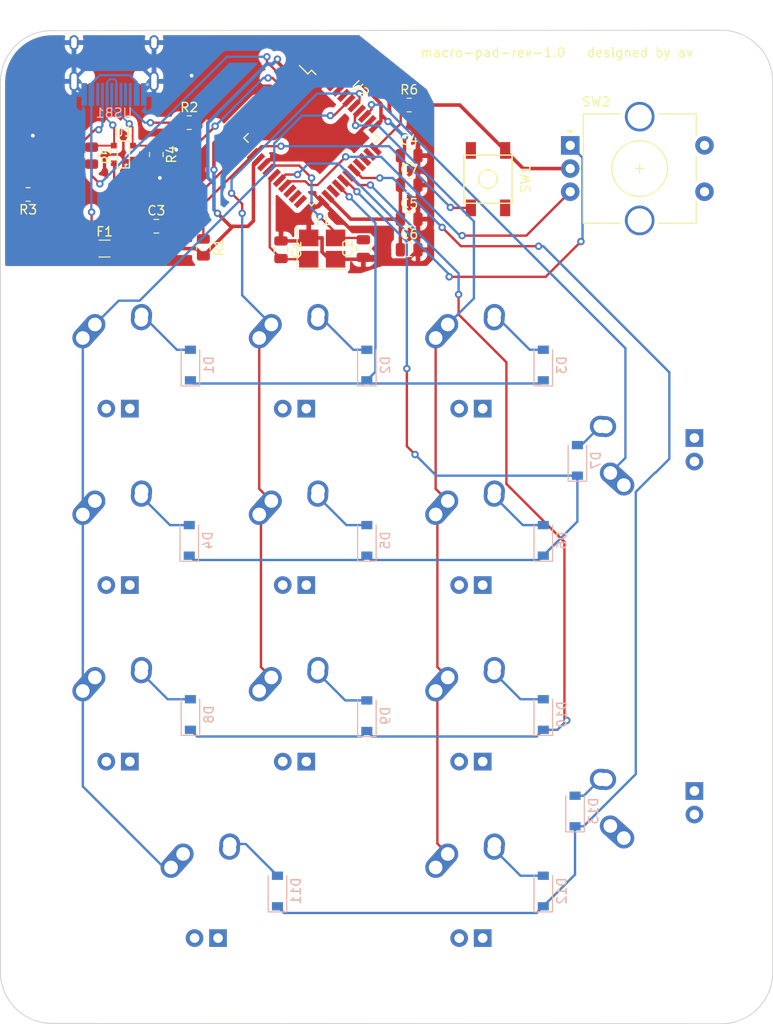
<source format=kicad_pcb>
(kicad_pcb (version 20211014) (generator pcbnew)
  (layers (0 "F.Cu" signal) (31 "B.Cu" signal) (34 "B.Paste" user) (35 "F.Paste" user) (36 "B.SilkS" user "B.Silkscreen") (37 "F.SilkS" user "F.Silkscreen") (38 "B.Mask" user) (39 "F.Mask" user) (44 "Edge.Cuts" user))
  (net 0 "")
  (net 1 "GND")
  (net 2 "Net-(C1-Pad2)")
  (net 3 "Net-(C2-Pad2)")
  (net 4 "Net-(C3-Pad2)")
  (net 5 "+5V")
  (net 6 "ROW0")
  (net 7 "Net-(D1-Pad2)")
  (net 8 "Net-(D2-Pad2)")
  (net 9 "Net-(D3-Pad2)")
  (net 10 "ROW1")
  (net 11 "Net-(D4-Pad2)")
  (net 12 "Net-(D5-Pad2)")
  (net 13 "Net-(D6-Pad2)")
  (net 14 "Net-(D7-Pad2)")
  (net 15 "ROW2")
  (net 16 "Net-(D8-Pad2)")
  (net 17 "Net-(D9-Pad2)")
  (net 18 "Net-(D10-Pad2)")
  (net 19 "ROW3")
  (net 20 "Net-(D11-Pad2)")
  (net 21 "Net-(D12-Pad2)")
  (net 22 "Net-(D13-Pad2)")
  (net 23 "VCC")
  (net 24 "COL0")
  (net 25 "COL1")
  (net 26 "COL2")
  (net 27 "COL3")
  (net 28 "Net-(R1-Pad1)")
  (net 29 "Net-(R2-Pad1)")
  (net 30 "Net-(R3-Pad1)")
  (net 31 "D+")
  (net 32 "Net-(R4-Pad2)")
  (net 33 "Net-(R5-Pad2)")
  (net 34 "Net-(R6-Pad1)")
  (net 35 "EN2")
  (net 36 "EN1")
  (net 53 "D-")
  (footprint "MX_Alps_Hybrid:MX-1U" (layer "F.Cu") (at 173.0375 104.775)
    (fp_text reference "MX4")
    (fp_text value "MX-NoLED")
  )
  (footprint "MX_Alps_Hybrid:MX-2U" (layer "F.Cu") (at 230.1875 95.25 90)
    (fp_text reference "MX7")
    (fp_text value "MX-NoLED")
  )
  (footprint "MX_Alps_Hybrid:MX-1U" (layer "F.Cu") (at 211.1375 104.775)
    (fp_text reference "MX6")
    (fp_text value "MX-NoLED")
  )
  (footprint "Resistor_SMD:R_0805_2012Metric" (layer "F.Cu") (at 170.18 63.5 -90)
    (fp_text reference "R5")
    (fp_text value "22")
  )
  (footprint "Package_QFP:TQFP-44_10x10mm_P0.8mm" (layer "F.Cu") (at 193.929 61.595 -45)
    (fp_text reference "U2")
    (fp_text value "ATmega32U4-A")
  )
  (footprint "Resistor_SMD:R_0805_2012Metric" (layer "F.Cu") (at 163.322 67.691 180)
    (fp_text reference "R3")
    (fp_text value "5.1k")
  )
  (footprint "Capacitor_SMD:C_0805_2012Metric" (layer "F.Cu") (at 199.517 73.533 90)
    (fp_text reference "C2")
    (fp_text value "22pF")
  )
  (footprint "Capacitor_SMD:C_0805_2012Metric" (layer "F.Cu") (at 190.627 73.66 -90)
    (fp_text reference "C1")
    (fp_text value "22pF")
  )
  (footprint "MX_Alps_Hybrid:MX-1U" (layer "F.Cu") (at 173.0375 123.825)
    (fp_text reference "MX8")
    (fp_text value "MX-NoLED")
  )
  (footprint "Capacitor_SMD:C_0805_2012Metric" (layer "F.Cu") (at 177.165 71.12)
    (fp_text reference "C3")
    (fp_text value "1uF")
  )
  (footprint "MX_Alps_Hybrid:MX-1U" (layer "F.Cu") (at 192.0875 104.775)
    (fp_text reference "MX5")
    (fp_text value "MX-NoLED")
  )
  (footprint "Rotary_Encoder:RotaryEncoder_Alps_EC11E-Switch_Vertical_H20mm_CircularMountingHoles" (layer "F.Cu") (at 221.858 62.397)
    (fp_text reference "SW2")
    (fp_text value "RotaryEncoder")
  )
  (footprint "MX_Alps_Hybrid:MX-2U" (layer "F.Cu") (at 182.5625 142.875)
    (fp_text reference "MX11")
    (fp_text value "MX-NoLED")
  )
  (footprint "Resistor_SMD:R_0805_2012Metric" (layer "F.Cu") (at 180.721 59.944)
    (fp_text reference "R2")
    (fp_text value "5.1k")
  )
  (footprint "MX_Alps_Hybrid:MX-1U" (layer "F.Cu") (at 211.1375 142.875)
    (fp_text reference "MX12")
    (fp_text value "MX-NoLED")
  )
  (footprint "Resistor_SMD:R_0805_2012Metric" (layer "F.Cu") (at 204.47 58.039)
    (fp_text reference "R6")
    (fp_text value "10k")
  )
  (footprint "MX_Alps_Hybrid:MX-2U" (layer "F.Cu") (at 230.1875 133.35 90)
    (fp_text reference "MX13")
    (fp_text value "MX-NoLED")
  )
  (footprint "MX_Alps_Hybrid:MX-1U" (layer "F.Cu") (at 192.0875 123.825)
    (fp_text reference "MX9")
    (fp_text value "MX-NoLED")
  )
  (footprint "MX_Alps_Hybrid:MX-1U" (layer "F.Cu") (at 211.1375 123.825)
    (fp_text reference "MX10")
    (fp_text value "MX-NoLED")
  )
  (footprint "Capacitor_SMD:C_0805_2012Metric" (layer "F.Cu") (at 204.47 66.675)
    (fp_text reference "C7")
    (fp_text value "10uF")
  )
  (footprint "Resistor_SMD:R_0805_2012Metric" (layer "F.Cu") (at 177.165 63.373 -90)
    (fp_text reference "R4")
    (fp_text value "22")
  )
  (footprint "Capacitor_SMD:C_0805_2012Metric" (layer "F.Cu") (at 204.47 70.358)
    (fp_text reference "C5")
    (fp_text value ".1 uF")
  )
  (footprint "Capacitor_SMD:C_0805_2012Metric" (layer "F.Cu") (at 204.47 73.66)
    (fp_text reference "C6")
    (fp_text value ".1 uF")
  )
  (footprint "MX_Alps_Hybrid:MX-1U" (layer "F.Cu") (at 211.1375 85.725)
    (fp_text reference "MX3")
    (fp_text value "MX-NoLED")
  )
  (footprint "random-keyboard-parts:SOT143B" (layer "F.Cu") (at 173.609 63.373 180)
    (fp_text reference "U1")
    (fp_text value "PRTR5V0U2X")
  )
  (footprint "MX_Alps_Hybrid:MX-1U" (layer "F.Cu") (at 173.0375 85.725)
    (fp_text reference "MX1")
    (fp_text value "MX-NoLED")
  )
  (footprint "Resistor_SMD:R_0805_2012Metric" (layer "F.Cu") (at 182.245 73.406 -90)
    (fp_text reference "R1")
    (fp_text value "10k")
  )
  (footprint "MX_Alps_Hybrid:MX-1U" (layer "F.Cu") (at 192.0875 85.725)
    (fp_text reference "MX2")
    (fp_text value "MX-NoLED")
  )
  (footprint "Crystal:Crystal_SMD_3225-4Pin_3.2x2.5mm_HandSoldering" (layer "F.Cu") (at 195.072 73.533)
    (fp_text reference "Y1")
    (fp_text value "Crystal_GND24_Small")
  )
  (footprint "random-keyboard-parts:SKQG-1155865" (layer "F.Cu") (at 212.979 66.04 90)
    (fp_text reference "SW1")
    (fp_text value "SW_Push")
  )
  (footprint "Fuse:Fuse_1206_3216Metric" (layer "F.Cu") (at 171.577 73.533)
    (fp_text reference "F1")
    (fp_text value "Polyfuse_Small")
  )
  (footprint "Capacitor_SMD:C_0805_2012Metric" (layer "F.Cu") (at 204.47 63.5)
    (fp_text reference "C4")
    (fp_text value ".1 uF")
  )
  (footprint "Diode_SMD:D_SOD-123" (layer "B.Cu") (at 222.377 134.239 90)
    (fp_text reference "D13")
    (fp_text value "D_Small")
  )
  (footprint "Diode_SMD:D_SOD-123" (layer "B.Cu") (at 180.848 86.106 90)
    (fp_text reference "D1")
    (fp_text value "D_Small")
  )
  (footprint "Diode_SMD:D_SOD-123" (layer "B.Cu") (at 199.898 105.029 90)
    (fp_text reference "D5")
    (fp_text value "D_Small")
  )
  (footprint "Diode_SMD:D_SOD-123" (layer "B.Cu") (at 218.948 123.825 90)
    (fp_text reference "D10")
    (fp_text value "D_Small")
  )
  (footprint "Diode_SMD:D_SOD-123" (layer "B.Cu") (at 222.631 96.393 90)
    (fp_text reference "D7")
    (fp_text value "D_Small")
  )
  (footprint "Diode_SMD:D_SOD-123" (layer "B.Cu") (at 199.898 123.952 90)
    (fp_text reference "D9")
    (fp_text value "D_Small")
  )
  (footprint "Type-C:HRO-TYPE-C-31-M-12-HandSoldering" (layer "B.Cu") (at 172.597 48.701)
    (fp_text reference "USB1")
    (fp_text value "HRO-TYPE-C-31-M-12")
  )
  (footprint "Diode_SMD:D_SOD-123" (layer "B.Cu") (at 218.948 142.875 90)
    (fp_text reference "D12")
    (fp_text value "D_Small")
  )
  (footprint "Diode_SMD:D_SOD-123" (layer "B.Cu") (at 180.848 123.825 90)
    (fp_text reference "D8")
    (fp_text value "D_Small")
  )
  (footprint "Diode_SMD:D_SOD-123" (layer "B.Cu") (at 190.246 142.875 90)
    (fp_text reference "D11")
    (fp_text value "D_Small")
  )
  (footprint "Diode_SMD:D_SOD-123" (layer "B.Cu") (at 199.898 86.106 90)
    (fp_text reference "D2")
    (fp_text value "D_Small")
  )
  (footprint "Diode_SMD:D_SOD-123" (layer "B.Cu") (at 180.721 105.029 90)
    (fp_text reference "D4")
    (fp_text value "D_Small")
  )
  (footprint "Diode_SMD:D_SOD-123" (layer "B.Cu") (at 218.948 105.029 90)
    (fp_text reference "D6")
    (fp_text value "D_Small")
  )
  (footprint "Diode_SMD:D_SOD-123" (layer "B.Cu") (at 218.948 86.106 90)
    (fp_text reference "D3")
    (fp_text value "D_Small")
  )
  (gr_line (start 243.721138 56.316362) (end 243.721138 55.522612) (layer "Edge.Cuts") (width 0.1))
  (gr_arc (start 160.3375 55.5625) (mid 161.964888 51.633638) (end 165.89375 50.00625) (layer "Edge.Cuts") (width 0.1))
  (gr_arc (start 165.89375 157.1625) (mid 161.964888 155.535112) (end 160.3375 151.60625) (layer "Edge.Cuts") (width 0.1))
  (gr_line (start 238.164888 157.202388) (end 165.89375 157.1625) (layer "Edge.Cuts") (width 0.1))
  (gr_line (start 243.721138 56.316362) (end 243.721138 151.646138) (layer "Edge.Cuts") (width 0.1))
  (gr_arc (start 243.721138 151.646138) (mid 242.09375 155.575) (end 238.164888 157.202388) (layer "Edge.Cuts") (width 0.1))
  (gr_line (start 160.3375 151.60625) (end 160.3375 55.5625) (layer "Edge.Cuts") (width 0.1))
  (gr_line (start 238.164888 49.966362) (end 165.89375 50.00625) (layer "Edge.Cuts") (width 0.1))
  (gr_arc (start 238.164888 49.966362) (mid 242.09375 51.59375) (end 243.721138 55.522612) (layer "Edge.Cuts") (width 0.1))
  (gr_text "macro-pad-rev-1.0" (at 213.51875 52.3875) (layer "F.SilkS") (effects (font (size 1 1))))
  (gr_text "designed by av" (at 229.39375 52.3875) (layer "F.SilkS") (effects (font (size 1 1))))
  (segment (start 174.609 64.123) (end 174.609 65.929) (width 0.381) (layer "F.Cu") (net 1))
  (segment (start 191.834019 63.945019) (end 189.316239 63.945019) (width 0.381) (layer "F.Cu") (net 1))
  (segment (start 174.625 65.913) (end 174.609 65.929) (width 0.381) (layer "F.Cu") (net 1))
  (segment (start 181.6335 55.5225) (end 181.6335 59.944) (width 0.381) (layer "F.Cu") (net 1))
  (segment (start 195.841 74.683) (end 196.522 74.683) (width 0.381) (layer "F.Cu") (net 1))
  (segment (start 199.517 74.483) (end 199.80902 74.77502) (width 0.381) (layer "F.Cu") (net 1))
  (segment (start 196.522 74.683) (end 199.317 74.683) (width 0.381) (layer "F.Cu") (net 1))
  (segment (start 205.3825 63.4625) (end 205.42 63.5) (width 0.381) (layer "F.Cu") (net 1))
  (segment (start 181.991 59.944) (end 185.928 56.007) (width 0.381) (layer "F.Cu") (net 1))
  (segment (start 200.34398 71.69298) (end 202.33898 73.68798) (width 0.381) (layer "F.Cu") (net 1))
  (segment (start 204.30498 74.77502) (end 205.42 73.66) (width 0.381) (layer "F.Cu") (net 1))
  (segment (start 189.472371 56.007) (end 190.464177 56.998806) (width 0.381) (layer "F.Cu") (net 1))
  (segment (start 205.42 70.358) (end 205.42 66.675) (width 0.381) (layer "F.Cu") (net 1))
  (segment (start 174.609 69.514) (end 176.215 71.12) (width 0.381) (layer "F.Cu") (net 1))
  (segment (start 202.33898 73.68798) (end 202.33898 74.77502) (width 0.381) (layer "F.Cu") (net 1))
  (segment (start 191.659924 57.547924) (end 193.450593 57.547924) (width 0.381) (layer "F.Cu") (net 1))
  (segment (start 162.4095 62.7615) (end 163.83 61.341) (width 0.381) (layer "F.Cu") (net 1))
  (segment (start 200.22225 59.827233) (end 196.104464 63.945019) (width 0.381) (layer "F.Cu") (net 1))
  (segment (start 216.786 64.897) (end 221.858 64.897) (width 0.381) (layer "F.Cu") (net 1))
  (segment (start 193.450593 57.547924) (end 194.523758 56.474758) (width 0.381) (layer "F.Cu") (net 1))
  (segment (start 190.464177 56.998806) (end 191.013295 57.547924) (width 0.381) (layer "F.Cu") (net 1))
  (segment (start 195.062011 72.392011) (end 195.062011 73.904011) (width 0.381) (layer "F.Cu") (net 1))
  (segment (start 195.062011 73.904011) (end 195.841 74.683) (width 0.381) (layer "F.Cu") (net 1))
  (segment (start 199.317 74.683) (end 199.517 74.483) (width 0.381) (layer "F.Cu") (net 1))
  (segment (start 193.295 72.71) (end 193.622 72.383) (width 0.381) (layer "F.Cu") (net 1))
  (segment (start 205.42 70.358) (end 205.42 73.66) (width 0.381) (layer "F.Cu") (net 1))
  (segment (start 205.3825 58.039) (end 209.928 58.039) (width 0.381) (layer "F.Cu") (net 1))
  (segment (start 195.053 72.383) (end 195.062011 72.392011) (width 0.381) (layer "F.Cu") (net 1))
  (segment (start 181.6335 59.944) (end 181.6335 60.5555) (width 0.381) (layer "F.Cu") (net 1))
  (segment (start 214.829 62.94) (end 216.786 64.897) (width 0.381) (layer "F.Cu") (net 1))
  (segment (start 205.3825 58.039) (end 205.3825 63.4625) (width 0.381) (layer "F.Cu") (net 1))
  (segment (start 177.546 65.913) (end 174.625 65.913) (width 0.381) (layer "F.Cu") (net 1))
  (segment (start 181.6335 60.5555) (end 179.324 62.865) (width 0.381) (layer "F.Cu") (net 1))
  (segment (start 190.627 72.71) (end 193.295 72.71) (width 0.381) (layer "F.Cu") (net 1))
  (segment (start 180.975 54.864) (end 181.6335 55.5225) (width 0.381) (layer "F.Cu") (net 1))
  (segment (start 209.928 58.039) (end 214.829 62.94) (width 0.381) (layer "F.Cu") (net 1))
  (segment (start 191.013295 57.547924) (end 191.659924 57.547924) (width 0.381) (layer "F.Cu") (net 1))
  (segment (start 191.659924 63.770924) (end 191.659924 57.547924) (width 0.381) (layer "F.Cu") (net 1))
  (segment (start 198.370126 71.69298) (end 200.34398 71.69298) (width 0.381) (layer "F.Cu") (net 1))
  (segment (start 195.131082 68.453936) (end 198.370126 71.69298) (width 0.381) (layer "F.Cu") (net 1))
  (segment (start 189.316239 63.945019) (end 188.76712 64.494138) (width 0.381) (layer "F.Cu") (net 1))
  (segment (start 191.834019 63.945019) (end 191.659924 63.770924) (width 0.381) (layer "F.Cu") (net 1))
  (segment (start 185.928 56.007) (end 189.472371 56.007) (width 0.381) (layer "F.Cu") (net 1))
  (segment (start 205.42 66.675) (end 205.42 63.5) (width 0.381) (layer "F.Cu") (net 1))
  (segment (start 196.104464 63.945019) (end 191.834019 63.945019) (width 0.381) (layer "F.Cu") (net 1))
  (segment (start 194.523758 56.474758) (end 195.696767 55.30175) (width 0.381) (layer "F.Cu") (net 1))
  (segment (start 162.4095 67.691) (end 162.4095 62.7615) (width 0.381) (layer "F.Cu") (net 1))
  (segment (start 199.80902 74.77502) (end 202.33898 74.77502) (width 0.381) (layer "F.Cu") (net 1))
  (segment (start 174.609 65.929) (end 174.609 69.514) (width 0.381) (layer "F.Cu") (net 1))
  (segment (start 181.6335 59.944) (end 181.991 59.944) (width 0.381) (layer "F.Cu") (net 1))
  (segment (start 193.622 72.383) (end 195.053 72.383) (width 0.381) (layer "F.Cu") (net 1))
  (segment (start 202.33898 74.77502) (end 204.30498 74.77502) (width 0.381) (layer "F.Cu") (net 1))
  (via (at 180.975 54.864) (size 0.8) (drill 0.4) (layers "F.Cu" "B.Cu") (net 1))
  (via (at 177.546 65.913) (size 0.8) (drill 0.4) (layers "F.Cu" "B.Cu") (net 1))
  (via (at 163.83 61.341) (size 0.8) (drill 0.4) (layers "F.Cu" "B.Cu") (net 1))
  (via (at 179.324 62.865) (size 0.8) (drill 0.4) (layers "F.Cu" "B.Cu") (net 1))
  (segment (start 176.917 55.299096) (end 175.803883 54.185979) (width 0.381) (layer "B.Cu") (net 1))
  (segment (start 178.943 65.532) (end 178.562 65.913) (width 0.381) (layer "B.Cu") (net 1))
  (segment (start 178.943 56.896) (end 180.975 54.864) (width 0.381) (layer "B.Cu") (net 1))
  (segment (start 175.822 56.896) (end 175.822 56.576) (width 0.381) (layer "B.Cu") (net 1))
  (segment (start 168.275 56.896) (end 169.372 56.896) (width 0.381) (layer "B.Cu") (net 1))
  (segment (start 168.277 55.801) (end 169.372 56.896) (width 0.381) (layer "B.Cu") (net 1))
  (segment (start 169.390117 54.185979) (end 168.277 55.299096) (width 0.381) (layer "B.Cu") (net 1))
  (segment (start 168.277 55.481) (end 168.277 55.801) (width 0.381) (layer "B.Cu") (net 1))
  (segment (start 175.822 56.576) (end 176.917 55.481) (width 0.381) (layer "B.Cu") (net 1))
  (segment (start 176.917 55.481) (end 176.917 55.299096) (width 0.381) (layer "B.Cu") (net 1))
  (segment (start 168.277 55.299096) (end 168.277 55.481) (width 0.381) (layer "B.Cu") (net 1))
  (segment (start 175.803883 54.185979) (end 169.390117 54.185979) (width 0.381) (layer "B.Cu") (net 1))
  (segment (start 163.83 61.341) (end 168.275 56.896) (width 0.381) (layer "B.Cu") (net 1))
  (segment (start 178.943 63.246) (end 178.943 65.532) (width 0.381) (layer "B.Cu") (net 1))
  (segment (start 178.562 65.913) (end 177.546 65.913) (width 0.381) (layer "B.Cu") (net 1))
  (segment (start 175.822 56.896) (end 178.943 56.896) (width 0.381) (layer "B.Cu") (net 1))
  (segment (start 179.324 62.865) (end 178.943 63.246) (width 0.381) (layer "B.Cu") (net 1))
  (segment (start 190.7 74.683) (end 193.622 74.683) (width 0.254) (layer "F.Cu") (net 2))
  (segment (start 190.627 74.61) (end 190.7 74.683) (width 0.254) (layer "F.Cu") (net 2))
  (segment (start 189.412873 66.111127) (end 189.898491 65.625509) (width 0.254) (layer "F.Cu") (net 2))
  (segment (start 189.412873 73.395873) (end 189.412873 66.111127) (width 0.254) (layer "F.Cu") (net 2))
  (segment (start 190.627 74.61) (end 189.412873 73.395873) (width 0.254) (layer "F.Cu") (net 2))
  (segment (start 196.522 72.383) (end 196.522 71.808) (width 0.254) (layer "F.Cu") (net 3))
  (segment (start 193.929 65.913) (end 192.590205 64.574205) (width 0.254) (layer "F.Cu") (net 3))
  (segment (start 192.590205 64.574205) (end 189.818424 64.574205) (width 0.254) (layer "F.Cu") (net 3))
  (segment (start 196.522 71.808) (end 194.818 70.104) (width 0.254) (layer "F.Cu") (net 3))
  (segment (start 199.317 72.383) (end 196.522 72.383) (width 0.254) (layer "F.Cu") (net 3))
  (segment (start 189.818424 64.574205) (end 189.332806 65.059823) (width 0.254) (layer "F.Cu") (net 3))
  (segment (start 199.517 72.583) (end 199.317 72.383) (width 0.254) (layer "F.Cu") (net 3))
  (via (at 194.818 70.104) (size 0.8) (drill 0.4) (layers "F.Cu" "B.Cu") (net 3))
  (via (at 193.929 65.913) (size 0.8) (drill 0.4) (layers "F.Cu" "B.Cu") (net 3))
  (segment (start 194.818 70.104) (end 193.929 69.215) (width 0.254) (layer "B.Cu") (net 3))
  (segment (start 193.929 69.215) (end 193.929 65.913) (width 0.254) (layer "B.Cu") (net 3))
  (segment (start 190.38411 58.05011) (end 189.898491 57.564491) (width 0.254) (layer "F.Cu") (net 4))
  (segment (start 178.319443 71.12) (end 186.01876 63.420683) (width 0.254) (layer "F.Cu") (net 4))
  (segment (start 190.38411 58.63236) (end 190.38411 58.05011) (width 0.254) (layer "F.Cu") (net 4))
  (segment (start 186.01876 62.99771) (end 190.38411 58.63236) (width 0.254) (layer "F.Cu") (net 4))
  (segment (start 186.01876 63.420683) (end 186.01876 62.99771) (width 0.254) (layer "F.Cu") (net 4))
  (segment (start 178.115 71.12) (end 178.319443 71.12) (width 0.254) (layer "F.Cu") (net 4))
  (segment (start 191.48874 53.62126) (end 194.016278 53.62126) (width 0.381) (layer "F.Cu") (net 5))
  (segment (start 183.769 69.723) (end 185.17775 71.13175) (width 0.381) (layer "F.Cu") (net 5))
  (segment (start 203.962 63.058) (end 203.52 63.5) (width 0.381) (layer "F.Cu") (net 5))
  (segment (start 201.422 59.182) (end 201.422 59.758854) (width 0.381) (layer "F.Cu") (net 5))
  (segment (start 201.422 57.912) (end 201.422 59.182) (width 0.381) (layer "F.Cu") (net 5))
  (segment (start 183.388 62.155765) (end 183.388 64.77) (width 0.381) (layer "F.Cu") (net 5))
  (segment (start 183.388 64.77) (end 183.388 65.024) (width 0.381) (layer "F.Cu") (net 5))
  (segment (start 194.016278 53.62126) (end 194.467009 54.071991) (width 0.381) (layer "F.Cu") (net 5))
  (segment (start 190.246 53.086) (end 190.246 53.386517) (width 0.381) (layer "F.Cu") (net 5))
  (segment (start 172.977 73.533) (end 181.4595 73.533) (width 0.381) (layer "F.Cu") (net 5))
  (segment (start 181.4595 73.533) (end 182.245 74.3185) (width 0.381) (layer "F.Cu") (net 5))
  (segment (start 190.984741 54.125259) (end 191.48874 53.62126) (width 0.381) (layer "F.Cu") (net 5))
  (segment (start 203.52 70.358) (end 203.52 66.675) (width 0.381) (layer "F.Cu") (net 5))
  (segment (start 198.166517 70.358) (end 195.696767 67.88825) (width 0.381) (layer "F.Cu") (net 5))
  (segment (start 187.652316 64.477571) (end 188.201435 63.928452) (width 0.381) (layer "F.Cu") (net 5))
  (segment (start 201.422 59.758854) (end 200.787936 60.392918) (width 0.381) (layer "F.Cu") (net 5))
  (segment (start 194.467009 54.071991) (end 195.131082 54.736064) (width 0.381) (layer "F.Cu") (net 5))
  (segment (start 197.581991 54.071991) (end 201.422 57.912) (width 0.381) (layer "F.Cu") (net 5))
  (segment (start 185.43175 71.13175) (end 187.05925 71.13175) (width 0.381) (layer "F.Cu") (net 5))
  (segment (start 187.05925 71.13175) (end 187.652316 70.538684) (width 0.381) (layer "F.Cu") (net 5))
  (segment (start 190.246 53.386517) (end 190.984741 54.125259) (width 0.381) (layer "F.Cu") (net 5))
  (segment (start 188.783687 57.581058) (end 187.962707 57.581058) (width 0.381) (layer "F.Cu") (net 5))
  (segment (start 194.467009 54.071991) (end 197.581991 54.071991) (width 0.381) (layer "F.Cu") (net 5))
  (segment (start 185.17775 71.13175) (end 185.43175 71.13175) (width 0.381) (layer "F.Cu") (net 5))
  (segment (start 201.422 59.182) (end 201.549 59.182) (width 0.381) (layer "F.Cu") (net 5))
  (segment (start 203.52 63.5) (end 203.52 66.675) (width 0.381) (layer "F.Cu") (net 5))
  (segment (start 187.652316 70.538684) (end 187.652316 64.477571) (width 0.381) (layer "F.Cu") (net 5))
  (segment (start 203.962 61.468) (end 203.962 63.058) (width 0.381) (layer "F.Cu") (net 5))
  (segment (start 203.52 70.358) (end 198.166517 70.358) (width 0.381) (layer "F.Cu") (net 5))
  (segment (start 189.332806 58.130177) (end 188.783687 57.581058) (width 0.381) (layer "F.Cu") (net 5))
  (segment (start 201.549 59.182) (end 202.184 59.817) (width 0.381) (layer "F.Cu") (net 5))
  (segment (start 182.245 74.3185) (end 185.43175 71.13175) (width 0.381) (layer "F.Cu") (net 5))
  (segment (start 187.962707 57.581058) (end 183.388 62.155765) (width 0.381) (layer "F.Cu") (net 5))
  (segment (start 190.984741 54.125259) (end 192.161233 55.30175) (width 0.381) (layer "F.Cu") (net 5))
  (segment (start 203.52 73.66) (end 203.52 70.358) (width 0.381) (layer "F.Cu") (net 5))
  (via (at 202.184 59.817) (size 0.8) (drill 0.4) (layers "F.Cu" "B.Cu") (net 5))
  (via (at 190.246 53.086) (size 0.8) (drill 0.4) (layers "F.Cu" "B.Cu") (net 5))
  (via (at 203.962 61.468) (size 0.8) (drill 0.4) (layers "F.Cu" "B.Cu") (net 5))
  (via (at 183.388 65.024) (size 0.8) (drill 0.4) (layers "F.Cu" "B.Cu") (net 5))
  (via (at 183.769 69.723) (size 0.8) (drill 0.4) (layers "F.Cu" "B.Cu") (net 5))
  (segment (start 183.388 65.024) (end 183.388 66.548) (width 0.381) (layer "B.Cu") (net 5))
  (segment (start 182.724989 65.884989) (end 182.724989 59.972011) (width 0.381) (layer "B.Cu") (net 5))
  (segment (start 182.724989 59.972011) (end 189.074989 53.622011) (width 0.381) (layer "B.Cu") (net 5))
  (segment (start 183.388 66.548) (end 182.724989 65.884989) (width 0.381) (layer "B.Cu") (net 5))
  (segment (start 189.709989 53.622011) (end 190.246 53.086) (width 0.381) (layer "B.Cu") (net 5))
  (segment (start 183.388 66.548) (end 183.388 69.342) (width 0.381) (layer "B.Cu") (net 5))
  (segment (start 183.388 69.342) (end 183.769 69.723) (width 0.381) (layer "B.Cu") (net 5))
  (segment (start 202.184 59.817) (end 202.311 59.817) (width 0.381) (layer "B.Cu") (net 5))
  (segment (start 202.311 59.817) (end 203.962 61.468) (width 0.381) (layer "B.Cu") (net 5))
  (segment (start 189.074989 53.622011) (end 189.709989 53.622011) (width 0.381) (layer "B.Cu") (net 5))
  (segment (start 197.993 67.921742) (end 196.828138 66.75688) (width 0.254) (layer "F.Cu") (net 6))
  (segment (start 197.993 67.945) (end 197.993 67.921742) (width 0.254) (layer "F.Cu") (net 6))
  (via (at 197.993 67.945) (size 0.8) (drill 0.4) (layers "F.Cu" "B.Cu") (net 6))
  (segment (start 181.187421 88.095421) (end 199.558579 88.095421) (width 0.254) (layer "B.Cu") (net 6))
  (segment (start 199.558579 88.095421) (end 199.898 87.756) (width 0.254) (layer "B.Cu") (net 6))
  (segment (start 200.824511 86.829489) (end 200.824511 70.776511) (width 0.254) (layer "B.Cu") (net 6))
  (segment (start 200.824511 70.776511) (end 197.993 67.945) (width 0.254) (layer "B.Cu") (net 6))
  (segment (start 199.898 87.756) (end 200.824511 86.829489) (width 0.254) (layer "B.Cu") (net 6))
  (segment (start 199.898 87.756) (end 200.237421 88.095421) (width 0.254) (layer "B.Cu") (net 6))
  (segment (start 180.848 87.756) (end 181.187421 88.095421) (width 0.254) (layer "B.Cu") (net 6))
  (segment (start 200.237421 88.095421) (end 218.608579 88.095421) (width 0.254) (layer "B.Cu") (net 6))
  (segment (start 218.608579 88.095421) (end 218.948 87.756) (width 0.254) (layer "B.Cu") (net 6))
  (segment (start 180.848 84.456) (end 179.3885 84.456) (width 0.254) (layer "B.Cu") (net 7))
  (segment (start 179.3885 84.456) (end 175.5775 80.645) (width 0.254) (layer "B.Cu") (net 7))
  (segment (start 198.4385 84.456) (end 194.6275 80.645) (width 0.254) (layer "B.Cu") (net 8))
  (segment (start 199.898 84.456) (end 198.4385 84.456) (width 0.254) (layer "B.Cu") (net 8))
  (segment (start 218.948 84.456) (end 217.4885 84.456) (width 0.254) (layer "B.Cu") (net 9))
  (segment (start 217.4885 84.456) (end 213.6775 80.645) (width 0.254) (layer "B.Cu") (net 9))
  (segment (start 204.216 86.487) (end 204.216 94.869) (width 0.254) (layer "F.Cu") (net 10))
  (segment (start 197.393823 66.191194) (end 197.625254 66.191194) (width 0.254) (layer "F.Cu") (net 10))
  (segment (start 197.625254 66.191194) (end 198.824636 67.390576) (width 0.254) (layer "F.Cu") (net 10))
  (segment (start 204.216 94.869) (end 205.105 95.758) (width 0.254) (layer "F.Cu") (net 10))
  (via (at 198.824636 67.390576) (size 0.8) (drill 0.4) (layers "F.Cu" "B.Cu") (net 10))
  (via (at 205.105 95.758) (size 0.8) (drill 0.4) (layers "F.Cu" "B.Cu") (net 10))
  (via (at 204.216 86.487) (size 0.8) (drill 0.4) (layers "F.Cu" "B.Cu") (net 10))
  (segment (start 222.631 98.043) (end 222.631 102.996) (width 0.254) (layer "B.Cu") (net 10))
  (segment (start 199.431579 107.145421) (end 199.898 106.679) (width 0.254) (layer "B.Cu") (net 10))
  (segment (start 200.364421 107.145421) (end 218.481579 107.145421) (width 0.254) (layer "B.Cu") (net 10))
  (segment (start 207.39 98.043) (end 222.631 98.043) (width 0.254) (layer "B.Cu") (net 10))
  (segment (start 222.631 102.996) (end 218.948 106.679) (width 0.254) (layer "B.Cu") (net 10))
  (segment (start 218.481579 107.145421) (end 218.948 106.679) (width 0.254) (layer "B.Cu") (net 10))
  (segment (start 199.898 106.679) (end 200.364421 107.145421) (width 0.254) (layer "B.Cu") (net 10))
  (segment (start 198.824636 67.390576) (end 204.216 72.78194) (width 0.254) (layer "B.Cu") (net 10))
  (segment (start 204.216 72.78194) (end 204.216 86.487) (width 0.254) (layer "B.Cu") (net 10))
  (segment (start 205.105 95.758) (end 207.39 98.043) (width 0.254) (layer "B.Cu") (net 10))
  (segment (start 180.721 106.679) (end 181.187421 107.145421) (width 0.254) (layer "B.Cu") (net 10))
  (segment (start 181.187421 107.145421) (end 199.431579 107.145421) (width 0.254) (layer "B.Cu") (net 10))
  (segment (start 175.5375 100.275) (end 178.6415 103.379) (width 0.254) (layer "B.Cu") (net 11))
  (segment (start 178.6415 103.379) (end 180.721 103.379) (width 0.254) (layer "B.Cu") (net 11))
  (segment (start 197.6915 103.379) (end 194.5875 100.275) (width 0.254) (layer "B.Cu") (net 12))
  (segment (start 199.898 103.379) (end 197.6915 103.379) (width 0.254) (layer "B.Cu") (net 12))
  (segment (start 218.948 103.379) (end 216.7415 103.379) (width 0.254) (layer "B.Cu") (net 13))
  (segment (start 216.7415 103.379) (end 213.6375 100.275) (width 0.254) (layer "B.Cu") (net 13))
  (segment (start 222.631 94.743) (end 223.0745 94.743) (width 0.254) (layer "B.Cu") (net 14))
  (segment (start 223.0745 94.743) (end 225.1075 92.71) (width 0.254) (layer "B.Cu") (net 14))
  (segment (start 221.234 105.198752) (end 221.234 124.206) (width 0.254) (layer "F.Cu") (net 15))
  (segment (start 209.804 78.486) (end 209.804 80.645) (width 0.254) (layer "F.Cu") (net 15))
  (segment (start 214.965979 85.806979) (end 214.965979 98.930731) (width 0.254) (layer "F.Cu") (net 15))
  (segment (start 209.804 80.645) (end 214.965979 85.806979) (width 0.254) (layer "F.Cu") (net 15))
  (segment (start 214.965979 98.930731) (end 221.234 105.198752) (width 0.254) (layer "F.Cu") (net 15))
  (segment (start 199.009 66.675) (end 200.279 66.675) (width 0.254) (layer "F.Cu") (net 15))
  (segment (start 197.959509 65.625509) (end 199.009 66.675) (width 0.254) (layer "F.Cu") (net 15))
  (segment (start 221.234 124.206) (end 221.488 124.46) (width 0.254) (layer "F.Cu") (net 15))
  (via (at 221.488 124.46) (size 0.8) (drill 0.4) (layers "F.Cu" "B.Cu") (net 15))
  (via (at 200.279 66.675) (size 0.8) (drill 0.4) (layers "F.Cu" "B.Cu") (net 15))
  (via (at 209.804 78.486) (size 0.8) (drill 0.4) (layers "F.Cu" "B.Cu") (net 15))
  (segment (start 218.227579 126.195421) (end 200.491421 126.195421) (width 0.254) (layer "B.Cu") (net 15))
  (segment (start 181.568421 126.195421) (end 199.304579 126.195421) (width 0.254) (layer "B.Cu") (net 15))
  (segment (start 199.304579 126.195421) (end 199.898 125.602) (width 0.254) (layer "B.Cu") (net 15))
  (segment (start 218.948 125.475) (end 218.227579 126.195421) (width 0.254) (layer "B.Cu") (net 15))
  (segment (start 220.473 125.475) (end 218.948 125.475) (width 0.254) (layer "B.Cu") (net 15))
  (segment (start 221.488 124.46) (end 220.473 125.475) (width 0.254) (layer "B.Cu") (net 15))
  (segment (start 209.804 76.2) (end 209.804 78.486) (width 0.254) (layer "B.Cu") (net 15))
  (segment (start 200.491421 126.195421) (end 199.898 125.602) (width 0.254) (layer "B.Cu") (net 15))
  (segment (start 200.279 66.675) (end 209.804 76.2) (width 0.254) (layer "B.Cu") (net 15))
  (segment (start 180.848 125.475) (end 181.568421 126.195421) (width 0.254) (layer "B.Cu") (net 15))
  (segment (start 175.5375 119.325) (end 178.3875 122.175) (width 0.254) (layer "B.Cu") (net 16))
  (segment (start 178.3875 122.175) (end 180.848 122.175) (width 0.254) (layer "B.Cu") (net 16))
  (segment (start 197.5645 122.302) (end 194.5875 119.325) (width 0.254) (layer "B.Cu") (net 17))
  (segment (start 199.898 122.302) (end 197.5645 122.302) (width 0.254) (layer "B.Cu") (net 17))
  (segment (start 213.6375 119.325) (end 216.4875 122.175) (width 0.254) (layer "B.Cu") (net 18))
  (segment (start 216.4875 122.175) (end 218.948 122.175) (width 0.254) (layer "B.Cu") (net 18))
  (segment (start 218.44 73.279) (end 210.058 73.279) (width 0.254) (layer "F.Cu") (net 19))
  (segment (start 199.378371 65.913) (end 198.525194 65.059823) (width 0.254) (layer "F.Cu") (net 19))
  (segment (start 210.058 73.279) (end 208.026 71.247) (width 0.254) (layer "F.Cu") (net 19))
  (segment (start 201.295 65.913) (end 199.378371 65.913) (width 0.254) (layer "F.Cu") (net 19))
  (via (at 218.44 73.279) (size 0.8) (drill 0.4) (layers "F.Cu" "B.Cu") (net 19))
  (via (at 201.295 65.913) (size 0.8) (drill 0.4) (layers "F.Cu" "B.Cu") (net 19))
  (via (at 208.026 71.247) (size 0.8) (drill 0.4) (layers "F.Cu" "B.Cu") (net 19))
  (segment (start 218.948 73.279) (end 218.44 73.279) (width 0.254) (layer "B.Cu") (net 19))
  (segment (start 190.246 144.525) (end 190.966421 145.245421) (width 0.254) (layer "B.Cu") (net 19))
  (segment (start 232.557921 86.888921) (end 220.091 74.422) (width 0.254) (layer "B.Cu") (net 19))
  (segment (start 228.935979 130.254644) (end 228.935979 99.797449) (width 0.254) (layer "B.Cu") (net 19))
  (segment (start 228.935979 99.797449) (end 231.013 97.720428) (width 0.254) (layer "B.Cu") (net 19))
  (segment (start 222.377 141.096) (end 222.377 135.889) (width 0.254) (layer "B.Cu") (net 19))
  (segment (start 231.069355 97.720428) (end 232.557921 96.231862) (width 0.254) (layer "B.Cu") (net 19))
  (segment (start 223.301623 135.889) (end 228.935979 130.254644) (width 0.254) (layer "B.Cu") (net 19))
  (segment (start 231.013 97.720428) (end 231.069355 97.720428) (width 0.254) (layer "B.Cu") (net 19))
  (segment (start 222.377 135.889) (end 223.301623 135.889) (width 0.254) (layer "B.Cu") (net 19))
  (segment (start 202.692 65.913) (end 201.295 65.913) (width 0.254) (layer "B.Cu") (net 19))
  (segment (start 218.948 144.525) (end 222.377 141.096) (width 0.254) (layer "B.Cu") (net 19))
  (segment (start 208.026 71.247) (end 202.692 65.913) (width 0.254) (layer "B.Cu") (net 19))
  (segment (start 232.557921 96.231862) (end 232.557921 86.888921) (width 0.254) (layer "B.Cu") (net 19))
  (segment (start 220.091 74.422) (end 218.948 73.279) (width 0.254) (layer "B.Cu") (net 19))
  (segment (start 190.966421 145.245421) (end 218.227579 145.245421) (width 0.254) (layer "B.Cu") (net 19))
  (segment (start 218.227579 145.245421) (end 218.948 144.525) (width 0.254) (layer "B.Cu") (net 19))
  (segment (start 185.1025 137.795) (end 186.816 137.795) (width 0.254) (layer "B.Cu") (net 20))
  (segment (start 186.816 137.795) (end 190.246 141.225) (width 0.254) (layer "B.Cu") (net 20))
  (segment (start 216.4875 141.225) (end 213.6375 138.375) (width 0.254) (layer "B.Cu") (net 21))
  (segment (start 218.948 141.225) (end 216.4875 141.225) (width 0.254) (layer "B.Cu") (net 21))
  (segment (start 225.1075 130.81) (end 223.3285 132.589) (width 0.254) (layer "B.Cu") (net 22))
  (segment (start 223.3285 132.589) (end 222.377 132.589) (width 0.254) (layer "B.Cu") (net 22))
  (segment (start 172.609 71.101) (end 170.177 73.533) (width 0.254) (layer "F.Cu") (net 23))
  (segment (start 170.177 73.533) (end 170.177 69.599) (width 0.254) (layer "F.Cu") (net 23))
  (segment (start 170.177 69.599) (end 170.18 69.596) (width 0.254) (layer "F.Cu") (net 23))
  (segment (start 172.609 64.323) (end 172.609 71.101) (width 0.254) (layer "F.Cu") (net 23))
  (via (at 170.18 69.596) (size 0.8) (drill 0.4) (layers "F.Cu" "B.Cu") (net 23))
  (segment (start 170.147 55.731511) (end 170.147 56.896) (width 0.254) (layer "B.Cu") (net 23))
  (segment (start 175.047 55.567978) (end 174.297502 54.81848) (width 0.254) (layer "B.Cu") (net 23))
  (segment (start 171.060031 54.81848) (end 170.147 55.731511) (width 0.254) (layer "B.Cu") (net 23))
  (segment (start 170.147 69.563) (end 170.147 56.896) (width 0.254) (layer "B.Cu") (net 23))
  (segment (start 170.18 69.596) (end 170.147 69.563) (width 0.254) (layer "B.Cu") (net 23))
  (segment (start 175.047 56.896) (end 175.047 55.567978) (width 0.254) (layer "B.Cu") (net 23))
  (segment (start 174.297502 54.81848) (end 171.060031 54.81848) (width 0.254) (layer "B.Cu") (net 23))
  (segment (start 196.342 59.182) (end 197.959509 57.564491) (width 0.254) (layer "F.Cu") (net 24))
  (segment (start 195.961 59.182) (end 196.342 59.182) (width 0.254) (layer "F.Cu") (net 24))
  (via (at 195.961 59.182) (size 0.8) (drill 0.4) (layers "F.Cu" "B.Cu") (net 24))
  (segment (start 173.106947 79.155553) (end 175.36389 79.155553) (width 0.254) (layer "B.Cu") (net 24))
  (segment (start 177.976772 140.335) (end 178.7525 140.335) (width 0.254) (layer "B.Cu") (net 24))
  (segment (start 169.2275 83.185) (end 169.2275 102.235) (width 0.254) (layer "B.Cu") (net 24))
  (segment (start 192.901557 59.182) (end 195.961 59.182) (width 0.254) (layer "B.Cu") (net 24))
  (segment (start 189.900489 64.618954) (end 189.900489 62.183068) (width 0.254) (layer "B.Cu") (net 24))
  (segment (start 169.2275 102.235) (end 169.2275 121.285) (width 0.254) (layer "B.Cu") (net 24))
  (segment (start 189.900489 62.183068) (end 192.901557 59.182) (width 0.254) (layer "B.Cu") (net 24))
  (segment (start 170.5375 81.725) (end 173.106947 79.155553) (width 0.254) (layer "B.Cu") (net 24))
  (segment (start 175.36389 79.155553) (end 189.900489 64.618954) (width 0.254) (layer "B.Cu") (net 24))
  (segment (start 169.2275 121.285) (end 169.2275 131.585728) (width 0.254) (layer "B.Cu") (net 24))
  (segment (start 169.2275 131.585728) (end 177.976772 140.335) (width 0.254) (layer "B.Cu") (net 24))
  (segment (start 185.293 67.564) (end 186.436 68.707) (width 0.254) (layer "F.Cu") (net 25))
  (segment (start 188.2775 99.465) (end 189.5875 100.775) (width 0.254) (layer "F.Cu") (net 25))
  (segment (start 199.103105 57.552266) (end 199.103105 56.799605) (width 0.254) (layer "F.Cu") (net 25))
  (segment (start 188.4625 118.7) (end 189.5875 119.825) (width 0.254) (layer "F.Cu") (net 25))
  (segment (start 189.5875 100.775) (end 188.4625 101.9) (width 0.254) (layer "F.Cu") (net 25))
  (segment (start 188.2775 83.035) (end 188.2775 99.465) (width 0.254) (layer "F.Cu") (net 25))
  (segment (start 186.436 68.707) (end 186.436 69.723) (width 0.254) (layer "F.Cu") (net 25))
  (segment (start 188.4625 101.9) (end 188.4625 118.7) (width 0.254) (layer "F.Cu") (net 25))
  (segment (start 198.525194 58.130177) (end 199.103105 57.552266) (width 0.254) (layer "F.Cu") (net 25))
  (segment (start 189.5875 81.725) (end 188.2775 83.035) (width 0.254) (layer "F.Cu") (net 25))
  (via (at 199.103105 56.799605) (size 0.8) (drill 0.4) (layers "F.Cu" "B.Cu") (net 25))
  (via (at 186.436 69.723) (size 0.8) (drill 0.4) (layers "F.Cu" "B.Cu") (net 25))
  (via (at 185.293 67.564) (size 0.8) (drill 0.4) (layers "F.Cu" "B.Cu") (net 25))
  (segment (start 185.42 65.913) (end 185.293 66.04) (width 0.254) (layer "B.Cu") (net 25))
  (segment (start 194.533395 56.799605) (end 185.42 65.913) (width 0.254) (layer "B.Cu") (net 25))
  (segment (start 186.436 69.723) (end 186.436 78.5735) (width 0.254) (layer "B.Cu") (net 25))
  (segment (start 199.103105 56.799605) (end 194.533395 56.799605) (width 0.254) (layer "B.Cu") (net 25))
  (segment (start 185.293 66.04) (end 185.293 67.564) (width 0.254) (layer "B.Cu") (net 25))
  (segment (start 186.436 78.5735) (end 189.5875 81.725) (width 0.254) (layer "B.Cu") (net 25))
  (segment (start 207.5125 102.42) (end 207.3275 102.235) (width 0.254) (layer "F.Cu") (net 26))
  (segment (start 207.5125 118.7) (end 207.5125 102.42) (width 0.254) (layer "F.Cu") (net 26))
  (segment (start 198.605261 59.181481) (end 198.605261 60.175261) (width 0.254) (layer "F.Cu") (net 26))
  (segment (start 208.6375 100.775) (end 207.3275 99.465) (width 0.254) (layer "F.Cu") (net 26))
  (segment (start 207.5125 120.95) (end 207.5125 137.75) (width 0.254) (layer "F.Cu") (net 26))
  (segment (start 208.6375 119.825) (end 207.5125 120.95) (width 0.254) (layer "F.Cu") (net 26))
  (segment (start 208.6375 119.825) (end 207.5125 118.7) (width 0.254) (layer "F.Cu") (net 26))
  (segment (start 198.605261 60.175261) (end 198.681127 60.251127) (width 0.254) (layer "F.Cu") (net 26))
  (segment (start 199.09088 58.695862) (end 198.605261 59.181481) (width 0.254) (layer "F.Cu") (net 26))
  (segment (start 207.5125 137.75) (end 208.6375 138.875) (width 0.254) (layer "F.Cu") (net 26))
  (segment (start 207.3275 99.465) (end 207.3275 83.185) (width 0.254) (layer "F.Cu") (net 26))
  (via (at 198.681127 60.251127) (size 0.8) (drill 0.4) (layers "F.Cu" "B.Cu") (net 26))
  (segment (start 211.455 78.9075) (end 208.6375 81.725) (width 0.254) (layer "B.Cu") (net 26))
  (segment (start 198.681127 60.251127) (end 201.10557 60.251127) (width 0.254) (layer "B.Cu") (net 26))
  (segment (start 211.455 70.600557) (end 211.455 78.9075) (width 0.254) (layer "B.Cu") (net 26))
  (segment (start 201.10557 60.251127) (end 211.455 70.600557) (width 0.254) (layer "B.Cu") (net 26))
  (segment (start 200.39859 58.519523) (end 199.656565 59.261548) (width 0.254) (layer "F.Cu") (net 27))
  (segment (start 200.39859 58.005819) (end 200.39859 58.519523) (width 0.254) (layer "F.Cu") (net 27))
  (via (at 200.39859 58.005819) (size 0.8) (drill 0.4) (layers "F.Cu" "B.Cu") (net 27))
  (segment (start 201.527262 58.005819) (end 200.39859 58.005819) (width 0.254) (layer "B.Cu") (net 27))
  (segment (start 227.817079 84.295636) (end 201.527262 58.005819) (width 0.254) (layer "B.Cu") (net 27))
  (segment (start 227.817079 96.120421) (end 227.817079 84.295636) (width 0.254) (layer "B.Cu") (net 27))
  (segment (start 226.1875 97.75) (end 227.817079 96.120421) (width 0.254) (layer "B.Cu") (net 27))
  (segment (start 211.129 69.14) (end 208.967 69.14) (width 0.254) (layer "F.Cu") (net 28))
  (segment (start 182.245 72.4935) (end 182.245 68.753517) (width 0.254) (layer "F.Cu") (net 28))
  (segment (start 182.245 68.753517) (end 187.63575 63.362767) (width 0.254) (layer "F.Cu") (net 28))
  (segment (start 190.627 62.484) (end 188.514517 62.484) (width 0.254) (layer "F.Cu") (net 28))
  (segment (start 188.514517 62.484) (end 187.63575 63.362767) (width 0.254) (layer "F.Cu") (net 28))
  (segment (start 208.967 69.14) (end 208.915 69.088) (width 0.254) (layer "F.Cu") (net 28))
  (via (at 208.915 69.088) (size 0.8) (drill 0.4) (layers "F.Cu" "B.Cu") (net 28))
  (via (at 190.627 62.484) (size 0.8) (drill 0.4) (layers "F.Cu" "B.Cu") (net 28))
  (segment (start 208.915 69.088) (end 202.311 62.484) (width 0.254) (layer "B.Cu") (net 28))
  (segment (start 202.311 62.484) (end 190.627 62.484) (width 0.254) (layer "B.Cu") (net 28))
  (segment (start 179.8085 59.944) (end 176.53 59.944) (width 0.254) (layer "F.Cu") (net 29))
  (via (at 176.53 59.944) (size 0.8) (drill 0.4) (layers "F.Cu" "B.Cu") (net 29))
  (segment (start 175.916978 59.944) (end 174.347 58.374022) (width 0.254) (layer "B.Cu") (net 29))
  (segment (start 174.347 58.374022) (end 174.347 56.896) (width 0.254) (layer "B.Cu") (net 29))
  (segment (start 176.53 59.944) (end 175.916978 59.944) (width 0.254) (layer "B.Cu") (net 29))
  (segment (start 170.533678 60.706) (end 164.2345 67.005178) (width 0.254) (layer "F.Cu") (net 30))
  (segment (start 164.2345 67.005178) (end 164.2345 67.691) (width 0.254) (layer "F.Cu") (net 30))
  (segment (start 170.942 60.706) (end 170.533678 60.706) (width 0.254) (layer "F.Cu") (net 30))
  (via (at 170.942 60.706) (size 0.8) (drill 0.4) (layers "F.Cu" "B.Cu") (net 30))
  (segment (start 171.347 60.301) (end 170.942 60.706) (width 0.254) (layer "B.Cu") (net 30))
  (segment (start 171.347 56.896) (end 171.347 60.301) (width 0.254) (layer "B.Cu") (net 30))
  (segment (start 174.609 60.436) (end 174.609 62.423) (width 0.2) (layer "F.Cu") (net 31))
  (segment (start 174.244 60.071) (end 174.609 60.436) (width 0.2) (layer "F.Cu") (net 31))
  (segment (start 177.1275 62.423) (end 177.165 62.4605) (width 0.2) (layer "F.Cu") (net 31))
  (segment (start 174.609 62.423) (end 177.1275 62.423) (width 0.2) (layer "F.Cu") (net 31))
  (via (at 174.244 60.071) (size 0.8) (drill 0.4) (layers "F.Cu" "B.Cu") (net 31))
  (segment (start 172.347 56.896) (end 172.347 58.370022) (width 0.2) (layer "B.Cu") (net 31))
  (segment (start 173.347 56.896) (end 173.347 59.174) (width 0.2) (layer "B.Cu") (net 31))
  (segment (start 173.347 59.174) (end 174.244 60.071) (width 0.2) (layer "B.Cu") (net 31))
  (segment (start 173.150978 59.174) (end 173.347 59.174) (width 0.2) (layer "B.Cu") (net 31))
  (segment (start 172.347 58.370022) (end 173.150978 59.174) (width 0.2) (layer "B.Cu") (net 31))
  (segment (start 189.714742 55.118) (end 191.029862 56.43312) (width 0.254) (layer "F.Cu") (net 32))
  (segment (start 183.514989 60.325011) (end 179.5545 64.2855) (width 0.254) (layer "F.Cu") (net 32))
  (segment (start 189.23 55.118) (end 189.714742 55.118) (width 0.254) (layer "F.Cu") (net 32))
  (segment (start 183.514989 60.325) (end 183.514989 60.325011) (width 0.254) (layer "F.Cu") (net 32))
  (segment (start 177.165 64.2855) (end 179.5545 64.2855) (width 0.254) (layer "F.Cu") (net 32))
  (via (at 183.514989 60.325) (size 0.8) (drill 0.4) (layers "F.Cu" "B.Cu") (net 32))
  (via (at 189.23 55.118) (size 0.8) (drill 0.4) (layers "F.Cu" "B.Cu") (net 32))
  (segment (start 183.515 60.325) (end 188.722 55.118) (width 0.254) (layer "B.Cu") (net 32))
  (segment (start 188.722 55.118) (end 189.23 55.118) (width 0.254) (layer "B.Cu") (net 32))
  (segment (start 183.515 60.325) (end 183.514989 60.325) (width 0.254) (layer "B.Cu") (net 32))
  (segment (start 189.103 53.374887) (end 191.595548 55.867435) (width 0.254) (layer "F.Cu") (net 33))
  (segment (start 170.18 64.4125) (end 170.18 65.659) (width 0.254) (layer "F.Cu") (net 33))
  (segment (start 189.103 52.832) (end 189.103 53.374887) (width 0.254) (layer "F.Cu") (net 33))
  (segment (start 170.18 65.659) (end 171.069 66.548) (width 0.254) (layer "F.Cu") (net 33))
  (via (at 189.103 52.832) (size 0.8) (drill 0.4) (layers "F.Cu" "B.Cu") (net 33))
  (via (at 171.069 66.548) (size 0.8) (drill 0.4) (layers "F.Cu" "B.Cu") (net 33))
  (segment (start 171.069 66.548) (end 184.785 52.832) (width 0.254) (layer "B.Cu") (net 33))
  (segment (start 184.785 52.832) (end 189.103 52.832) (width 0.254) (layer "B.Cu") (net 33))
  (segment (start 203.5575 60.027518) (end 200.787936 62.797082) (width 0.254) (layer "F.Cu") (net 34))
  (segment (start 203.5575 58.039) (end 203.5575 60.027518) (width 0.254) (layer "F.Cu") (net 34))
  (segment (start 190.464177 66.191194) (end 191.11061 65.544761) (width 0.254) (layer "F.Cu") (net 35))
  (segment (start 219.202 76.581) (end 223.012 72.771) (width 0.254) (layer "F.Cu") (net 35))
  (segment (start 208.788 76.581) (end 219.202 76.581) (width 0.254) (layer "F.Cu") (net 35))
  (segment (start 191.11061 65.544761) (end 192.405 65.544761) (width 0.254) (layer "F.Cu") (net 35))
  (via (at 208.788 76.581) (size 0.8) (drill 0.4) (layers "F.Cu" "B.Cu") (net 35))
  (via (at 223.012 72.771) (size 0.8) (drill 0.4) (layers "F.Cu" "B.Cu") (net 35))
  (via (at 192.405 65.544761) (size 0.8) (drill 0.4) (layers "F.Cu" "B.Cu") (net 35))
  (segment (start 208.788 76.326497) (end 208.788 76.581) (width 0.254) (layer "B.Cu") (net 35))
  (segment (start 223.184511 63.723511) (end 221.858 62.397) (width 0.254) (layer "B.Cu") (net 35))
  (segment (start 196.815014 64.353511) (end 208.788 76.326497) (width 0.254) (layer "B.Cu") (net 35))
  (segment (start 193.59625 64.353511) (end 196.815014 64.353511) (width 0.254) (layer "B.Cu") (net 35))
  (segment (start 223.184511 72.598489) (end 223.184511 63.723511) (width 0.254) (layer "B.Cu") (net 35))
  (segment (start 192.405 65.544761) (end 193.59625 64.353511) (width 0.254) (layer "B.Cu") (net 35))
  (segment (start 223.012 72.771) (end 223.184511 72.598489) (width 0.254) (layer "B.Cu") (net 35))
  (segment (start 193.663557 66.675) (end 194.564 66.675) (width 0.254) (layer "F.Cu") (net 36))
  (segment (start 210.185 72.136) (end 217.119 72.136) (width 0.254) (layer "F.Cu") (net 36))
  (segment (start 191.029862 66.75688) (end 191.515481 66.271261) (width 0.254) (layer "F.Cu") (net 36))
  (segment (start 194.564 66.675) (end 197.612 63.627) (width 0.254) (layer "F.Cu") (net 36))
  (segment (start 191.515481 66.271261) (end 193.259818 66.271261) (width 0.254) (layer "F.Cu") (net 36))
  (segment (start 193.259818 66.271261) (end 193.663557 66.675) (width 0.254) (layer "F.Cu") (net 36))
  (segment (start 217.119 72.136) (end 221.858 67.397) (width 0.254) (layer "F.Cu") (net 36))
  (via (at 210.185 72.136) (size 0.8) (drill 0.4) (layers "F.Cu" "B.Cu") (net 36))
  (via (at 197.612 63.627) (size 0.8) (drill 0.4) (layers "F.Cu" "B.Cu") (net 36))
  (segment (start 209.942443 72.136) (end 210.185 72.136) (width 0.254) (layer "B.Cu") (net 36))
  (segment (start 201.433443 63.627) (end 209.942443 72.136) (width 0.254) (layer "B.Cu") (net 36))
  (segment (start 197.612 63.627) (end 201.433443 63.627) (width 0.254) (layer "B.Cu") (net 36))
  (segment (start 172.609 62.423) (end 172.609 60.341) (width 0.2) (layer "F.Cu") (net 53))
  (segment (start 172.609 60.341) (end 172.466 60.198) (width 0.2) (layer "F.Cu") (net 53))
  (segment (start 172.609 62.423) (end 170.3445 62.423) (width 0.2) (layer "F.Cu") (net 53))
  (segment (start 170.3445 62.423) (end 170.18 62.5875) (width 0.2) (layer "F.Cu") (net 53))
  (via (at 172.466 60.198) (size 0.8) (drill 0.4) (layers "F.Cu" "B.Cu") (net 53))
  (segment (start 172.466 60.198) (end 171.847 59.579) (width 0.2) (layer "B.Cu") (net 53))
  (segment (start 171.847 59.579) (end 171.847 56.896) (width 0.2) (layer "B.Cu") (net 53))
  (segment (start 171.847 55.575511) (end 171.847 56.896) (width 0.2) (layer "B.Cu") (net 53))
  (segment (start 172.847 56.896) (end 172.847 55.421978) (width 0.2) (layer "B.Cu") (net 53))
  (segment (start 172.670022 55.245) (end 172.177511 55.245) (width 0.2) (layer "B.Cu") (net 53))
  (segment (start 172.847 55.421978) (end 172.670022 55.245) (width 0.2) (layer "B.Cu") (net 53))
  (segment (start 172.177511 55.245) (end 171.847 55.575511) (width 0.2) (layer "B.Cu") (net 53))
  (zone (net 1) (net_name "GND") (layers F&B.Cu) (connect_pads (clearance 0.508)) (min_thickness 0.254) (fill yes (thermal_gap 0.508) (thermal_bridge_width 0.508))
    (polygon (pts (xy 206.375 56.35625) (xy 207.16875 57.94375) (xy 207.16875 74.6125) (xy 206.375 75.40625) (xy 201.6125 75.40625) (xy 199.23125 76.2) (xy 190.5 76.2) (xy 185.7375 75.40625) (xy 160.3375 75.40625) (xy 160.3375 50.00625) (xy 198.4375 50.00625)))
  )
)
</source>
